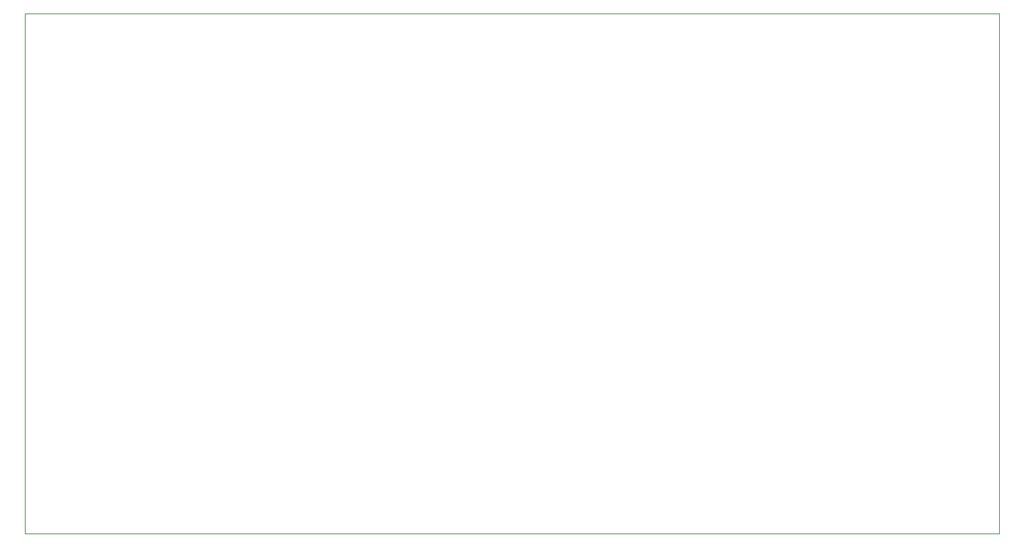
<source format=gbr>
%TF.GenerationSoftware,KiCad,Pcbnew,(6.0.4)*%
%TF.CreationDate,2022-05-22T21:51:39-03:00*%
%TF.ProjectId,G-Code_Keeb_tact,472d436f-6465-45f4-9b65-65625f746163,1*%
%TF.SameCoordinates,Original*%
%TF.FileFunction,Profile,NP*%
%FSLAX46Y46*%
G04 Gerber Fmt 4.6, Leading zero omitted, Abs format (unit mm)*
G04 Created by KiCad (PCBNEW (6.0.4)) date 2022-05-22 21:51:39*
%MOMM*%
%LPD*%
G01*
G04 APERTURE LIST*
%TA.AperFunction,Profile*%
%ADD10C,0.100000*%
%TD*%
G04 APERTURE END LIST*
D10*
X90000000Y-62000000D02*
X206000000Y-62000000D01*
X206000000Y-62000000D02*
X206000000Y-124000000D01*
X206000000Y-124000000D02*
X90000000Y-124000000D01*
X90000000Y-124000000D02*
X90000000Y-62000000D01*
M02*

</source>
